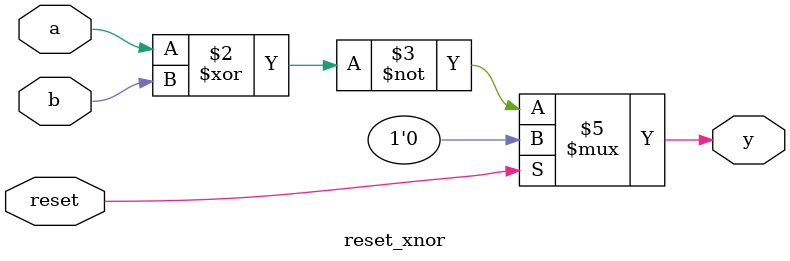
<source format=sv>
module reset_xnor (a, b, reset, y);
    input a, b, reset;
    output reg y;

    always @(*) begin
        if (reset) begin
            y = 1'b0;
        end else begin
            y = ~(a ^ b);
        end
    end
endmodule
</source>
